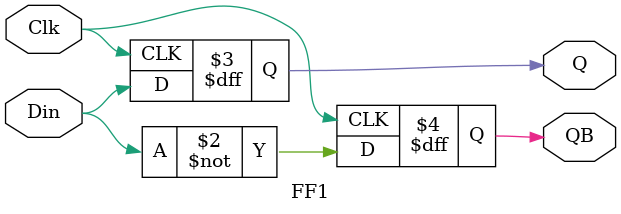
<source format=v>
module smp(out1, out2, in, clk);
output out1, out2;
input in, clk;
//synopsys set_dont_touch FF1
FF1 myFF1(.Din(in), .Clk(clk), .Q(out1), .QB(out2));
endmodule
`celldefine
module FF1(Din, Clk, Q, QB);
input Din, Clk;
output Q, QB;
reg Q, QB;
always @(posedge Clk)
begin
Q = Din;
QB = ~Din;
end
endmodule
`endcelldefine


</source>
